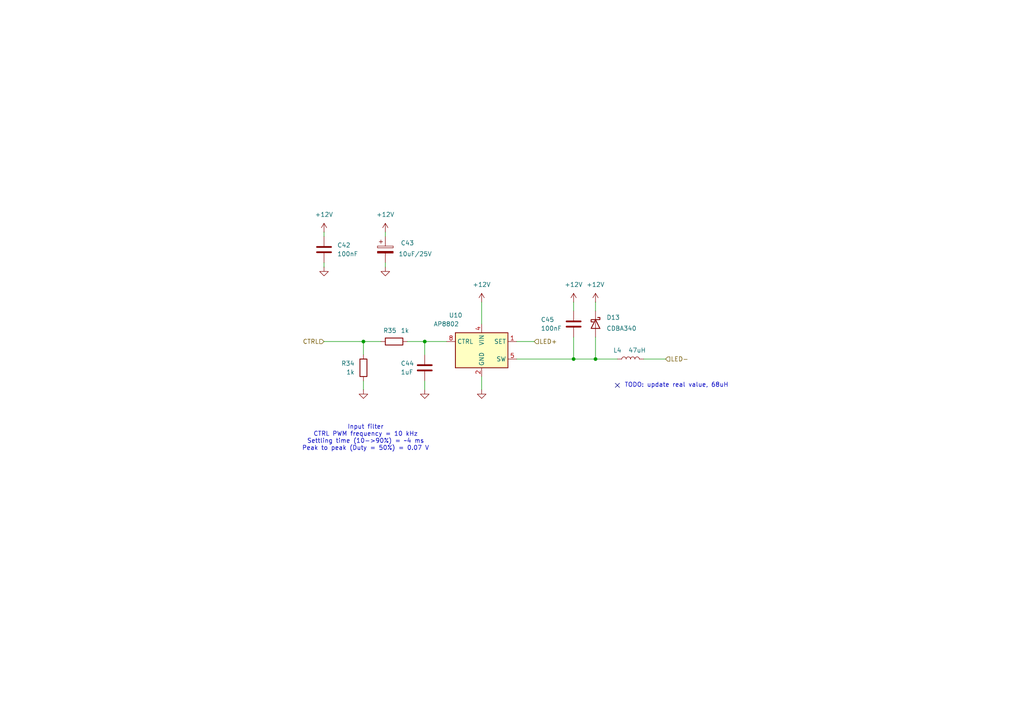
<source format=kicad_sch>
(kicad_sch (version 20231120) (generator "eeschema") (generator_version "8.0")
  (paper "A4")
  (title_block (title "Control board") (date "2024-06-11") (rev "${VERSION}") (company "TrendBit s.r.o.") (comment 1 "Designed by: Petr Malaník"))
  (lib_symbols
    (symbol "Device:C" (pin_numbers hide) (pin_names (offset 0.254))
      (property "Reference" "C" (at 0.635 2.54 0))
      (property "Value" "C" (at 0.635 -2.54 0))
      (symbol "C_0_1"
        (polyline (pts (xy -2.032 -0.762) (xy 2.032 -0.762)) (stroke (width 0.508)))
        (polyline (pts (xy -2.032 0.762) (xy 2.032 0.762)) (stroke (width 0.508)))
      )
      (symbol "C_1_1"
        (pin passive line (at 0 3.81 270) (length 2.794) (name "~") (number "1"))
        (pin passive line (at 0 -3.81 90) (length 2.794) (name "~") (number "2"))
      )
    )
    (symbol "Device:C_Polarized" (pin_numbers hide) (pin_names (offset 0.254))
      (property "Reference" "C" (at 0.635 2.54 0))
      (property "Value" "C_Polarized" (at 0.635 -2.54 0))
      (symbol "C_Polarized_0_1"
        (rectangle (start -2.286 0.508) (end 2.286 1.016))
        (polyline (pts (xy -1.778 2.286) (xy -0.762 2.286)))
        (polyline (pts (xy -1.27 2.794) (xy -1.27 1.778)))
        (rectangle (start 2.286 -0.508) (end -2.286 -1.016) (fill (type outline)))
      )
      (symbol "C_Polarized_1_1"
        (pin passive line (at 0 3.81 270) (length 2.794) (name "~") (number "1"))
        (pin passive line (at 0 -3.81 90) (length 2.794) (name "~") (number "2"))
      )
    )
    (symbol "Device:D_Schottky" (pin_numbers hide) (pin_names (offset 1.016) hide)
      (property "Reference" "D" (at 0 2.54 0))
      (property "Value" "D_Schottky" (at 0 -2.54 0))
      (symbol "D_Schottky_0_1"
        (polyline (pts (xy 1.27 0) (xy -1.27 0)))
        (polyline (pts (xy 1.27 1.27) (xy 1.27 -1.27) (xy -1.27 0) (xy 1.27 1.27)) (stroke (width 0.254)))
        (polyline (pts (xy -1.905 0.635) (xy -1.905 1.27) (xy -1.27 1.27) (xy -1.27 -1.27) (xy -0.635 -1.27) (xy -0.635 -0.635)) (stroke (width 0.254)))
      )
      (symbol "D_Schottky_1_1"
        (pin passive line (at -3.81 0 0) (length 2.54) (name "K") (number "1"))
        (pin passive line (at 3.81 0 180) (length 2.54) (name "A") (number "2"))
      )
    )
    (symbol "Device:L" (pin_numbers hide) (pin_names (offset 1.016) hide)
      (property "Reference" "L" (at -1.27 0 90))
      (property "Value" "L" (at 1.905 0 90))
      (symbol "L_0_1"
        (arc (start 0 -2.54) (mid 0.6323 -1.905) (end 0 -1.27))
        (arc (start 0 -1.27) (mid 0.6323 -0.635) (end 0 0))
        (arc (start 0 0) (mid 0.6323 0.635) (end 0 1.27))
        (arc (start 0 1.27) (mid 0.6323 1.905) (end 0 2.54))
      )
      (symbol "L_1_1"
        (pin passive line (at 0 3.81 270) (length 1.27) (name "1") (number "1"))
        (pin passive line (at 0 -3.81 90) (length 1.27) (name "2") (number "2"))
      )
    )
    (symbol "Device:R" (pin_numbers hide) (pin_names (offset 0))
      (property "Reference" "R" (at 2.032 0 90))
      (property "Value" "R" (at 0 0 90))
      (symbol "R_0_1"
        (rectangle (start -1.016 -2.54) (end 1.016 2.54) (stroke (width 0.254)))
      )
      (symbol "R_1_1"
        (pin passive line (at 0 3.81 270) (length 1.27) (name "~") (number "1"))
        (pin passive line (at 0 -3.81 90) (length 1.27) (name "~") (number "2"))
      )
    )
    (symbol "TCY_LEDs:AL8802SPG"
      (property "Reference" "U" (at 7.366 11.176 0))
      (property "Value" "AL8802SPG" (at 7.62 8.382 0))
      (symbol "AL8802SPG_0_1"
        (rectangle (start -7.62 5.08) (end 7.62 -5.08) (stroke (width 0.254)) (fill (type background)))
      )
      (symbol "AL8802SPG_1_1"
        (pin input line (at 10.16 2.54 180) (length 2.54) (name "SET") (number "1"))
        (pin power_in line (at 0 -7.62 90) (length 2.54) (name "GND") (number "2"))
        (pin no_connect line (at -7.62 -2.54 0) (length 2.54) hide (name "NC") (number "3"))
        (pin power_in line (at 0 7.62 270) (length 2.54) (name "VIN") (number "4"))
        (pin open_collector line (at 10.16 -2.54 180) (length 2.54) (name "SW") (number "5"))
        (pin open_collector line (at 10.16 -2.54 180) (length 2.54) hide (name "SW") (number "6"))
        (pin passive line (at 0 -7.62 90) (length 2.54) hide (name "GND") (number "7"))
        (pin input line (at -10.16 2.54 0) (length 2.54) (name "CTRL") (number "8"))
        (pin passive line (at 0 -7.62 90) (length 2.54) hide (name "GND") (number "9"))
      )
    )
    (symbol "power:+12V" (power) (pin_numbers hide) (pin_names (offset 0) hide)
      (property "Value" "+12V" (at 0 3.556 0))
      (symbol "+12V_0_1"
        (polyline (pts (xy -0.762 1.27) (xy 0 2.54)))
        (polyline (pts (xy 0 0) (xy 0 2.54)))
        (polyline (pts (xy 0 2.54) (xy 0.762 1.27)))
      )
      (symbol "+12V_1_1"
        (pin power_in line (at 0 0 90) (length 0) (name "~") (number "1"))
      )
    )
    (symbol "power:GND" (power) (pin_numbers hide) (pin_names (offset 0) hide)
      (property "Value" "GND" (at 0 -3.81 0))
      (symbol "GND_0_1"
        (polyline (pts (xy 0 0) (xy 0 -1.27) (xy 1.27 -1.27) (xy 0 -2.54) (xy -1.27 -1.27) (xy 0 -1.27)))
      )
      (symbol "GND_1_1"
        (pin power_in line (at 0 0 270) (length 0) (name "~") (number "1"))
      )
    )
  )
  (junction (at 123.19 99.06))
  (junction (at 105.41 99.06))
  (junction (at 172.72 104.14))
  (junction (at 166.37 104.14))
  (no_connect (at 179.07 111.76))
  (wire (pts (xy 111.76 67.31) (xy 111.76 68.58)))
  (wire (pts (xy 93.98 76.2) (xy 93.98 77.47)))
  (wire (pts (xy 139.7 87.63) (xy 139.7 93.98)))
  (wire (pts (xy 186.69 104.14) (xy 193.04 104.14)))
  (wire (pts (xy 149.86 104.14) (xy 166.37 104.14)))
  (wire (pts (xy 105.41 99.06) (xy 110.49 99.06)))
  (wire (pts (xy 93.98 67.31) (xy 93.98 68.58)))
  (wire (pts (xy 105.41 110.49) (xy 105.41 113.03)))
  (wire (pts (xy 166.37 97.79) (xy 166.37 104.14)))
  (wire (pts (xy 172.72 87.63) (xy 172.72 90.17)))
  (wire (pts (xy 118.11 99.06) (xy 123.19 99.06)))
  (wire (pts (xy 139.7 109.22) (xy 139.7 113.03)))
  (wire (pts (xy 166.37 104.14) (xy 172.72 104.14)))
  (wire (pts (xy 123.19 110.49) (xy 123.19 113.03)))
  (wire (pts (xy 172.72 104.14) (xy 172.72 97.79)))
  (wire (pts (xy 111.76 77.47) (xy 111.76 76.2)))
  (wire (pts (xy 93.98 99.06) (xy 105.41 99.06)))
  (wire (pts (xy 105.41 99.06) (xy 105.41 102.87)))
  (wire (pts (xy 149.86 99.06) (xy 154.94 99.06)))
  (wire (pts (xy 172.72 104.14) (xy 179.07 104.14)))
  (wire (pts (xy 123.19 99.06) (xy 129.54 99.06)))
  (wire (pts (xy 123.19 99.06) (xy 123.19 102.87)))
  (wire (pts (xy 166.37 87.63) (xy 166.37 90.17)))
  (text "TODO: update real value, 68uH" (at 196.215 111.76 0) (effects (font (size 1.27 1.27))))
  (text "Input filter\nCTRL PWM frequency = 10 kHz\nSettling time (10->90%) = ~4 ms\nPeak to peak (Duty = 50%) = 0.07 V" (at 106.045 127 0) (effects (font (size 1.27 1.27))))
  (hierarchical_label "LED-" (shape input) (at 193.04 104.14 0))
  (hierarchical_label "CTRL" (shape input) (at 93.98 99.06 180))
  (hierarchical_label "LED+" (shape input) (at 154.94 99.06 0))
  (symbol (lib_id "power:+12V") (at 166.37 87.63 0) (unit 1)
    (property "Reference" "#PWR0126" (effects (hide yes)))
    (property "Value" "+12V" (at 166.37 82.55 0))
    (property "Description" "Power symbol creates a global label with name \"+12V\"" (effects (hide yes)))
    (instances (project "control_board" (path "" (reference "#PWR0126") (unit 1)) (path "" (reference "#PWR0116") (unit 1)) (path "" (reference "#PWR0106") (unit 1)) (path "" (reference "#PWR096") (unit 1))))
  )
  (symbol (lib_id "Device:C") (at 166.37 93.98 0) (unit 1)
    (property "Reference" "C45" (at 156.845 92.71 0) (effects (justify left)))
    (property "Value" "100nF" (at 156.845 95.25 0) (effects (justify left)))
    (property "Footprint" "Capacitor_SMD:C_0603_1608Metric" (effects (hide yes)))
    (property "Description" "Unpolarized capacitor" (effects (hide yes)))
    (property "LCSC" "C14663" (effects (hide yes)))
    (instances (project "control_board" (path "" (reference "C45") (unit 1)) (path "" (reference "C41") (unit 1)) (path "" (reference "C37") (unit 1)) (path "" (reference "C33") (unit 1))))
  )
  (symbol (lib_id "power:+12V") (at 93.98 67.31 0) (unit 1)
    (property "Reference" "#PWR0118" (effects (hide yes)))
    (property "Value" "+12V" (at 93.98 62.23 0))
    (property "Description" "Power symbol creates a global label with name \"+12V\"" (effects (hide yes)))
    (instances (project "control_board" (path "" (reference "#PWR0118") (unit 1)) (path "" (reference "#PWR0108") (unit 1)) (path "" (reference "#PWR098") (unit 1)) (path "" (reference "#PWR088") (unit 1))))
  )
  (symbol (lib_id "power:+12V") (at 139.7 87.63 0) (unit 1)
    (property "Reference" "#PWR0124" (effects (hide yes)))
    (property "Value" "+12V" (at 139.7 82.55 0))
    (property "Description" "Power symbol creates a global label with name \"+12V\"" (effects (hide yes)))
    (instances (project "control_board" (path "" (reference "#PWR0124") (unit 1)) (path "" (reference "#PWR0114") (unit 1)) (path "" (reference "#PWR0104") (unit 1)) (path "" (reference "#PWR094") (unit 1))))
  )
  (symbol (lib_id "power:+12V") (at 111.76 67.31 0) (unit 1)
    (property "Reference" "#PWR0121" (effects (hide yes)))
    (property "Value" "+12V" (at 111.76 62.23 0))
    (property "Description" "Power symbol creates a global label with name \"+12V\"" (effects (hide yes)))
    (instances (project "control_board" (path "" (reference "#PWR0121") (unit 1)) (path "" (reference "#PWR0111") (unit 1)) (path "" (reference "#PWR0101") (unit 1)) (path "" (reference "#PWR091") (unit 1))))
  )
  (symbol (lib_id "power:GND") (at 105.41 113.03 0) (mirror y) (unit 1)
    (property "Reference" "#PWR0120" (effects (hide yes)))
    (property "Value" "GND" (effects (hide yes)))
    (property "Description" "Power symbol creates a global label with name \"GND\" , ground" (effects (hide yes)))
    (instances (project "control_board" (path "" (reference "#PWR0120") (unit 1)) (path "" (reference "#PWR0110") (unit 1)) (path "" (reference "#PWR0100") (unit 1)) (path "" (reference "#PWR090") (unit 1))))
  )
  (symbol (lib_id "power:GND") (at 93.98 77.47 0) (mirror y) (unit 1)
    (property "Reference" "#PWR0119" (effects (hide yes)))
    (property "Value" "GND" (effects (hide yes)))
    (property "Description" "Power symbol creates a global label with name \"GND\" , ground" (effects (hide yes)))
    (instances (project "control_board" (path "" (reference "#PWR0119") (unit 1)) (path "" (reference "#PWR0109") (unit 1)) (path "" (reference "#PWR099") (unit 1)) (path "" (reference "#PWR089") (unit 1))))
  )
  (symbol (lib_id "Device:R") (at 114.3 99.06 270) (mirror x) (unit 1)
    (property "Reference" "R35" (at 111.125 95.885 90) (effects (justify left)))
    (property "Value" "1k" (at 116.205 95.885 90) (effects (justify left)))
    (property "Footprint" "Resistor_SMD:R_0603_1608Metric" (effects (hide yes)))
    (property "LCSC" "C21190" (effects (hide yes)))
    (instances (project "control_board" (path "" (reference "R35") (unit 1)) (path "" (reference "R33") (unit 1)) (path "" (reference "R31") (unit 1)) (path "" (reference "R29") (unit 1))))
  )
  (symbol (lib_id "Device:C") (at 123.19 106.68 0) (unit 1)
    (property "Reference" "C44" (at 116.205 105.41 0) (effects (justify left)))
    (property "Value" "1uF" (at 116.205 107.95 0) (effects (justify left)))
    (property "Footprint" "Capacitor_SMD:C_0603_1608Metric" (effects (hide yes)))
    (property "Description" "Unpolarized capacitor" (effects (hide yes)))
    (property "LCSC" "C15849" (effects (hide yes)))
    (instances (project "control_board" (path "" (reference "C44") (unit 1)) (path "" (reference "C40") (unit 1)) (path "" (reference "C36") (unit 1)) (path "" (reference "C32") (unit 1))))
  )
  (symbol (lib_id "TCY_LEDs:AL8802SPG") (at 139.7 101.6 0) (unit 1)
    (property "Reference" "U10" (at 130.175 91.44 0) (effects (justify left)))
    (property "Value" "AP8802" (at 125.73 93.98 0) (effects (justify left)))
    (property "Footprint" "Package_SO:SOIC-8-1EP_3.9x4.9mm_P1.27mm_EP2.29x3mm_ThermalVias" (effects (hide yes)))
    (property "Datasheet" "https://www.diodes.com/assets/Datasheets/products_inactive_data/AP8802.pdf" (effects (hide yes)))
    (property "Description" "48V 1A Constant Current Buck LED Driver IC, SO-8EP" (effects (hide yes)))
    (property "LCSC" "C154720" (effects (hide yes)))
    (property "MPN" "AP8802HSP-13" (effects (hide yes)))
    (instances (project "control_board" (path "" (reference "U10") (unit 1)) (path "" (reference "U9") (unit 1)) (path "" (reference "U8") (unit 1)) (path "" (reference "U7") (unit 1))))
  )
  (symbol (lib_id "Device:C_Polarized") (at 111.76 72.39 0) (unit 1)
    (property "Reference" "C43" (at 116.205 70.485 0) (effects (justify left)))
    (property "Value" "10uF/25V" (at 115.57 73.66 0) (effects (justify left)))
    (property "Footprint" "Capacitor_SMD:CP_Elec_4x5.4" (effects (hide yes)))
    (property "LCSC" "C3001226" (effects (hide yes)))
    (property "MPN" " CK1E100M-CRC54" (effects (hide yes)))
    (instances (project "control_board" (path "" (reference "C43") (unit 1)) (path "" (reference "C39") (unit 1)) (path "" (reference "C35") (unit 1)) (path "" (reference "C31") (unit 1))))
  )
  (symbol (lib_id "Device:L") (at 182.88 104.14 90) (unit 1)
    (property "Reference" "L4" (at 179.07 101.6 90))
    (property "Value" "47uH" (at 184.785 101.6 90))
    (property "Footprint" "Inductor_SMD:L_Sumida_CDMC6D28_7.25x6.5mm" (effects (hide yes)))
    (property "Description" "Inductor" (effects (hide yes)))
    (property "LCSC" "C5189964" (effects (hide yes)))
    (property "MPN" "CYA0650-68UH" (effects (hide yes)))
    (instances (project "control_board" (path "" (reference "L4") (unit 1)) (path "" (reference "L3") (unit 1)) (path "" (reference "L2") (unit 1)) (path "" (reference "L1") (unit 1))))
  )
  (symbol (lib_id "power:+12V") (at 172.72 87.63 0) (unit 1)
    (property "Reference" "#PWR0127" (effects (hide yes)))
    (property "Value" "+12V" (at 172.72 82.55 0))
    (property "Description" "Power symbol creates a global label with name \"+12V\"" (effects (hide yes)))
    (instances (project "control_board" (path "" (reference "#PWR0127") (unit 1)) (path "" (reference "#PWR0117") (unit 1)) (path "" (reference "#PWR0107") (unit 1)) (path "" (reference "#PWR097") (unit 1))))
  )
  (symbol (lib_id "Device:D_Schottky") (at 172.72 93.98 270) (unit 1)
    (property "Reference" "D13" (at 175.895 92.075 90) (effects (justify left)))
    (property "Value" "CDBA340" (at 175.895 95.25 90) (effects (justify left)))
    (property "Footprint" "Diode_SMD:D_SMA" (effects (hide yes)))
    (property "Description" "Schottky diode" (effects (hide yes)))
    (property "Link" "https://cz.mouser.com/ProductDetail/Comchip-Technology/CDBA340-HF?qs=sGAEpiMZZMtbRapU8LlZD7Jimkw4KnZBmcvzrUXABj8%3D" (effects (hide yes)))
    (property "JLCPCB" "C8678" (effects (hide yes)))
    (property "Mouser" "https://cz.mouser.com/ProductDetail/Comchip-Technology/CDBA340-HF?qs=2qJf6qQ4IOK2MGmBCnkoYw%3D%3D" (effects (hide yes)))
    (property "MPNA" "SS34" (effects (hide yes)))
    (property "LCSC" "C8678" (effects (hide yes)))
    (property "MPN" "CDBA340-HF" (effects (hide yes)))
    (instances (project "control_board" (path "" (reference "D13") (unit 1)) (path "" (reference "D11") (unit 1)) (path "" (reference "D9") (unit 1)) (path "" (reference "D7") (unit 1))))
  )
  (symbol (lib_id "power:GND") (at 139.7 113.03 0) (mirror y) (unit 1)
    (property "Reference" "#PWR0125" (effects (hide yes)))
    (property "Value" "GND" (effects (hide yes)))
    (property "Description" "Power symbol creates a global label with name \"GND\" , ground" (effects (hide yes)))
    (instances (project "control_board" (path "" (reference "#PWR0125") (unit 1)) (path "" (reference "#PWR0115") (unit 1)) (path "" (reference "#PWR0105") (unit 1)) (path "" (reference "#PWR095") (unit 1))))
  )
  (symbol (lib_id "power:GND") (at 111.76 77.47 0) (unit 1)
    (property "Reference" "#PWR0122" (effects (hide yes)))
    (property "Value" "GND" (effects (hide yes)))
    (property "Description" "Power symbol creates a global label with name \"GND\" , ground" (effects (hide yes)))
    (instances (project "control_board" (path "" (reference "#PWR0122") (unit 1)) (path "" (reference "#PWR0112") (unit 1)) (path "" (reference "#PWR0102") (unit 1)) (path "" (reference "#PWR092") (unit 1))))
  )
  (symbol (lib_id "power:GND") (at 123.19 113.03 0) (mirror y) (unit 1)
    (property "Reference" "#PWR0123" (effects (hide yes)))
    (property "Value" "GND" (effects (hide yes)))
    (property "Description" "Power symbol creates a global label with name \"GND\" , ground" (effects (hide yes)))
    (instances (project "control_board" (path "" (reference "#PWR0123") (unit 1)) (path "" (reference "#PWR0113") (unit 1)) (path "" (reference "#PWR0103") (unit 1)) (path "" (reference "#PWR093") (unit 1))))
  )
  (symbol (lib_id "Device:C") (at 93.98 72.39 0) (unit 1)
    (property "Reference" "C42" (at 97.79 71.1199 0) (effects (justify left)))
    (property "Value" "100nF" (at 97.79 73.6599 0) (effects (justify left)))
    (property "Footprint" "Capacitor_SMD:C_0603_1608Metric" (effects (hide yes)))
    (property "Description" "Unpolarized capacitor" (effects (hide yes)))
    (property "LCSC" "C14663" (effects (hide yes)))
    (instances (project "control_board" (path "" (reference "C42") (unit 1)) (path "" (reference "C38") (unit 1)) (path "" (reference "C34") (unit 1)) (path "" (reference "C30") (unit 1))))
  )
  (symbol (lib_id "Device:R") (at 105.41 106.68 180) (unit 1)
    (property "Reference" "R34" (at 102.87 105.41 0) (effects (justify left)))
    (property "Value" "1k" (at 102.87 107.95 0) (effects (justify left)))
    (property "Footprint" "Resistor_SMD:R_0603_1608Metric" (effects (hide yes)))
    (property "LCSC" "C21190" (effects (hide yes)))
    (instances (project "control_board" (path "" (reference "R34") (unit 1)) (path "" (reference "R32") (unit 1)) (path "" (reference "R30") (unit 1)) (path "" (reference "R28") (unit 1))))
  )
)
</source>
